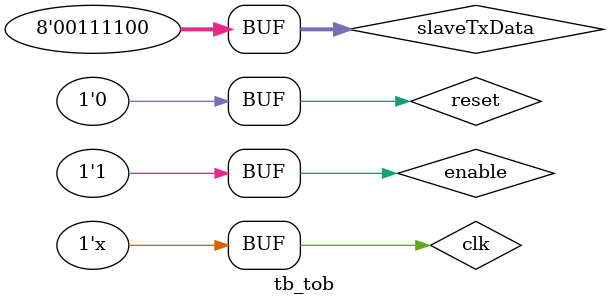
<source format=v>
`timescale 1ns / 10ps

module tb_tob;

    reg clk, reset, enable, miso;
    wire mosi, sclk, cs, TxD;

    // instantiate the accelerometer_driver module
    accelerometer_driver accelerometer_driverInst (.clk(clk), .reset(reset), .enable(enable), .TxD(TxD),
                                                   .mosi(mosi), .miso(miso), .sclk(sclk), .cs(cs));

    // Instantiate the SPISlave module
    reg [7:0] slaveTxData = 8'h3C; // Example slave transmit byte
    wire [7:0] slaveRxData;

    SPISlave #(
        .SHIFT_REG_WIDTH(8)
    ) slave (
        .i_SPI_Clk(sclk),
        .i_SPI_CSLow(cs),
        .i_SPI_Mosi(mosi),
        .o_SPI_Miso(miso),
        .o_Rx_Byte(slaveRxData),
        .i_Tx_Byte(slaveTxData)
    );

    localparam CLK_PERIOD = 10; // Clock period of 10 ns (100 MHz clock)
    always #(CLK_PERIOD / 2) clk = ~clk;

    // Stimulus and test sequence
    initial begin
        // Initialize signals
        clk = 0;
        reset = 1;
        enable = 1;
        
        // Apply reset
        #2000;
        reset = 0;


    end

endmodule

</source>
